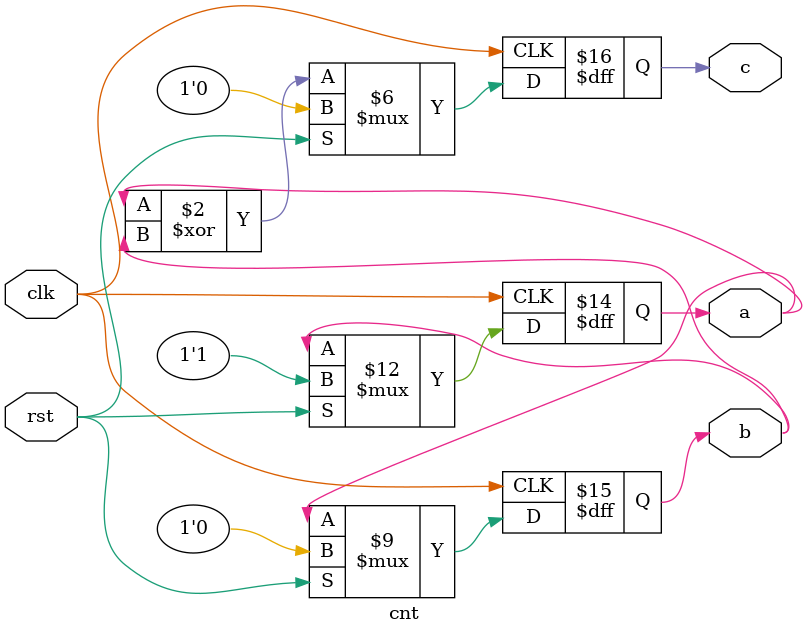
<source format=v>
module cnt(input clk, input rst, output reg a, output reg b, output reg c);

always @(posedge clk) begin
  if (rst) begin
    a <= 1;
    b <= 0;
    c <= 0;
  end else begin
    a <= b;
    b <= a;
    c <= a^b;
  end
end

assert property (~b || c);

endmodule

</source>
